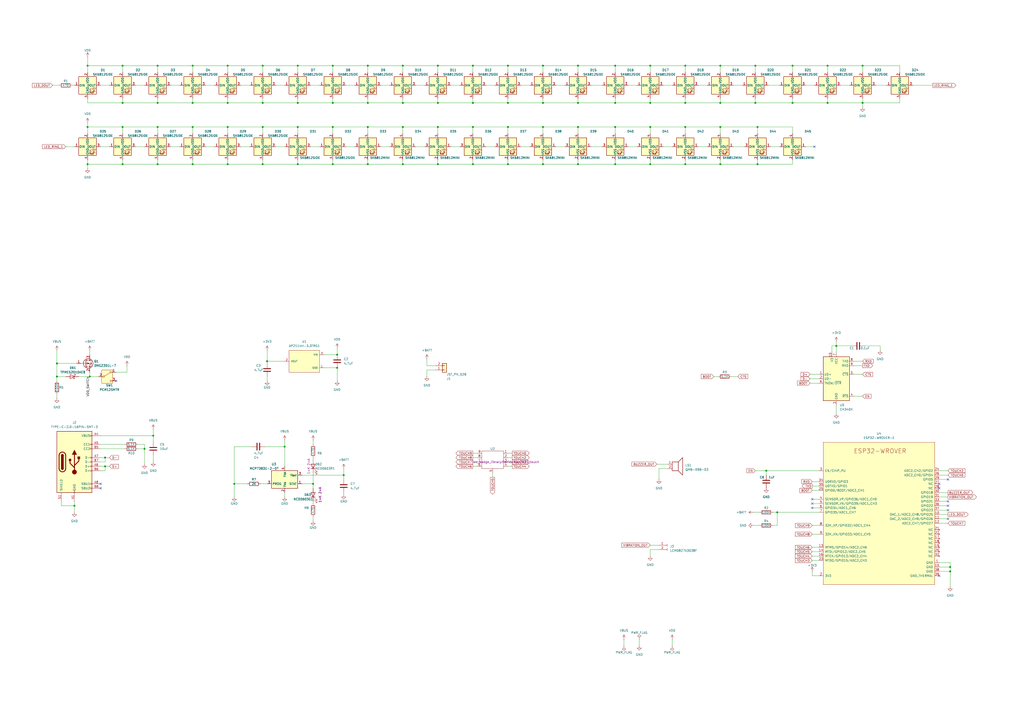
<source format=kicad_sch>
(kicad_sch (version 20250114) (generator "eeschema") (generator_version "9.0")
  (paper "A2")
  (junction (at 294.64 38.1))
  (junction (at 50.8 95.25))
  (junction (at 444.5 273.05))
  (junction (at 60.96 270.51))
  (junction (at 377.19 73.66))
  (junction (at 356.87 95.25))
  (junction (at 199.39 275.59))
  (junction (at 233.68 38.1))
  (junction (at 397.51 73.66))
  (junction (at 438.15 38.1))
  (junction (at 165.1 259.08))
  (junction (at 91.44 73.66))
  (junction (at 459.74 38.1))
  (junction (at 254 38.1))
  (junction (at 33.02 218.44))
  (junction (at 195.58 205.74))
  (junction (at 356.87 73.66))
  (junction (at 111.76 73.66))
  (junction (at 111.76 38.1))
  (junction (at 172.72 73.66))
  (junction (at 33.02 210.82))
  (junction (at 480.06 38.1))
  (junction (at 132.08 73.66))
  (junction (at 274.32 73.66))
  (junction (at 233.68 95.25))
  (junction (at 254 73.66))
  (junction (at 335.28 73.66))
  (junction (at 52.07 218.44))
  (junction (at 314.96 73.66))
  (junction (at 335.28 95.25))
  (junction (at 551.18 328.93))
  (junction (at 132.08 95.25))
  (junction (at 71.12 38.1))
  (junction (at 213.36 59.69))
  (junction (at 314.96 59.69))
  (junction (at 480.06 59.69))
  (junction (at 314.96 38.1))
  (junction (at 233.68 59.69))
  (junction (at 551.18 331.47))
  (junction (at 132.08 59.69))
  (junction (at 417.83 59.69))
  (junction (at 377.19 59.69))
  (junction (at 83.82 260.35))
  (junction (at 50.8 38.1))
  (junction (at 135.89 280.67))
  (junction (at 213.36 73.66))
  (junction (at 500.38 38.1))
  (junction (at 356.87 59.69))
  (junction (at 71.12 95.25))
  (junction (at 377.19 95.25))
  (junction (at 417.83 38.1))
  (junction (at 43.18 293.37))
  (junction (at 152.4 59.69))
  (junction (at 132.08 38.1))
  (junction (at 397.51 59.69))
  (junction (at 450.85 297.18))
  (junction (at 294.64 73.66))
  (junction (at 233.68 73.66))
  (junction (at 111.76 59.69))
  (junction (at 111.76 95.25))
  (junction (at 274.32 38.1))
  (junction (at 314.96 95.25))
  (junction (at 181.61 280.67))
  (junction (at 152.4 38.1))
  (junction (at 71.12 73.66))
  (junction (at 254 95.25))
  (junction (at 91.44 59.69))
  (junction (at 213.36 95.25))
  (junction (at 172.72 38.1))
  (junction (at 50.8 73.66))
  (junction (at 274.32 95.25))
  (junction (at 500.38 59.69))
  (junction (at 439.42 73.66))
  (junction (at 152.4 95.25))
  (junction (at 193.04 73.66))
  (junction (at 274.32 59.69))
  (junction (at 294.64 59.69))
  (junction (at 91.44 95.25))
  (junction (at 439.42 95.25))
  (junction (at 335.28 38.1))
  (junction (at 417.83 95.25))
  (junction (at 88.9 252.73))
  (junction (at 152.4 73.66))
  (junction (at 254 59.69))
  (junction (at 213.36 38.1))
  (junction (at 335.28 59.69))
  (junction (at 193.04 95.25))
  (junction (at 397.51 95.25))
  (junction (at 193.04 38.1))
  (junction (at 193.04 59.69))
  (junction (at 71.12 59.69))
  (junction (at 356.87 38.1))
  (junction (at 417.83 73.66))
  (junction (at 60.96 265.43))
  (junction (at 154.94 209.55))
  (junction (at 195.58 213.36))
  (junction (at 459.74 59.69))
  (junction (at 294.64 95.25))
  (junction (at 172.72 95.25))
  (junction (at 485.14 200.66))
  (junction (at 377.19 38.1))
  (junction (at 438.15 59.69))
  (junction (at 172.72 59.69))
  (junction (at 397.51 38.1))
  (junction (at 91.44 38.1))
  (no_connect (at 472.44 85.09))
  (no_connect (at 544.83 334.01))
  (no_connect (at 549.91 293.37))
  (no_connect (at 549.91 290.83))
  (no_connect (at 471.17 289.56))
  (no_connect (at 549.91 295.91))
  (no_connect (at 471.17 292.1))
  (no_connect (at 549.91 300.99))
  (no_connect (at 58.42 283.21))
  (no_connect (at 549.91 278.13))
  (no_connect (at 471.17 294.64))
  (no_connect (at 67.31 220.98))
  (no_connect (at 58.42 280.67))
  (no_connect (at 544.83 283.21))
  (no_connect (at 544.83 280.67))
  (wire (pts (xy 335.28 38.1) (xy 356.87 38.1)))
  (wire (pts (xy 111.76 95.25) (xy 132.08 95.25)))
  (wire (pts (xy 152.4 95.25) (xy 172.72 95.25)))
  (wire (pts (xy 52.07 218.44) (xy 57.15 218.44)))
  (wire (pts (xy 119.38 49.53) (xy 124.46 49.53)))
  (wire (pts (xy 377.19 95.25) (xy 397.51 95.25)))
  (wire (pts (xy 193.04 38.1) (xy 172.72 38.1)))
  (wire (pts (xy 111.76 57.15) (xy 111.76 59.69)))
  (wire (pts (xy 233.68 38.1) (xy 233.68 41.91)))
  (wire (pts (xy 521.97 38.1) (xy 500.38 38.1)))
  (wire (pts (xy 175.26 280.67) (xy 181.61 280.67)))
  (wire (pts (xy 294.64 73.66) (xy 294.64 77.47)))
  (wire (pts (xy 314.96 73.66) (xy 314.96 77.47)))
  (wire (pts (xy 132.08 73.66) (xy 132.08 77.47)))
  (wire (pts (xy 193.04 57.15) (xy 193.04 59.69)))
  (wire (pts (xy 335.28 92.71) (xy 335.28 95.25)))
  (wire (pts (xy 459.74 38.1) (xy 459.74 41.91)))
  (wire (pts (xy 549.91 290.83) (xy 544.83 290.83)))
  (wire (pts (xy 91.44 73.66) (xy 91.44 77.47)))
  (wire (pts (xy 58.42 257.81) (xy 72.39 257.81)))
  (wire (pts (xy 342.9 85.09) (xy 349.25 85.09)))
  (wire (pts (xy 471.17 292.1) (xy 474.98 292.1)))
  (wire (pts (xy 495.3 217.17) (xy 500.38 217.17)))
  (wire (pts (xy 494.03 200.66) (xy 485.14 200.66)))
  (wire (pts (xy 200.66 49.53) (xy 205.74 49.53)))
  (wire (pts (xy 254 73.66) (xy 233.68 73.66)))
  (wire (pts (xy 495.3 209.55) (xy 500.38 209.55)))
  (wire (pts (xy 397.51 92.71) (xy 397.51 95.25)))
  (wire (pts (xy 459.74 59.69) (xy 480.06 59.69)))
  (wire (pts (xy 500.38 38.1) (xy 500.38 41.91)))
  (wire (pts (xy 91.44 38.1) (xy 71.12 38.1)))
  (wire (pts (xy 471.17 317.5) (xy 474.98 317.5)))
  (wire (pts (xy 377.19 57.15) (xy 377.19 59.69)))
  (wire (pts (xy 43.18 293.37) (xy 43.18 297.18)))
  (wire (pts (xy 139.7 85.09) (xy 144.78 85.09)))
  (wire (pts (xy 417.83 92.71) (xy 417.83 95.25)))
  (wire (pts (xy 181.61 302.26) (xy 181.61 299.72)))
  (wire (pts (xy 445.77 49.53) (xy 452.12 49.53)))
  (wire (pts (xy 485.14 200.66) (xy 485.14 204.47)))
  (wire (pts (xy 132.08 38.1) (xy 132.08 41.91)))
  (wire (pts (xy 500.38 38.1) (xy 480.06 38.1)))
  (wire (pts (xy 397.51 73.66) (xy 397.51 77.47)))
  (wire (pts (xy 233.68 59.69) (xy 254 59.69)))
  (wire (pts (xy 405.13 49.53) (xy 410.21 49.53)))
  (wire (pts (xy 356.87 73.66) (xy 356.87 77.47)))
  (wire (pts (xy 551.18 326.39) (xy 551.18 328.93)))
  (wire (pts (xy 152.4 92.71) (xy 152.4 95.25)))
  (wire (pts (xy 172.72 59.69) (xy 193.04 59.69)))
  (wire (pts (xy 111.76 73.66) (xy 111.76 77.47)))
  (wire (pts (xy 459.74 92.71) (xy 459.74 95.25)))
  (wire (pts (xy 521.97 41.91) (xy 521.97 38.1)))
  (wire (pts (xy 450.85 297.18) (xy 474.98 297.18)))
  (wire (pts (xy 200.66 85.09) (xy 205.74 85.09)))
  (wire (pts (xy 381 269.24) (xy 387.35 269.24)))
  (wire (pts (xy 71.12 57.15) (xy 71.12 59.69)))
  (wire (pts (xy 35.56 290.83) (xy 35.56 293.37)))
  (wire (pts (xy 160.02 49.53) (xy 165.1 49.53)))
  (wire (pts (xy 154.94 209.55) (xy 154.94 210.82)))
  (wire (pts (xy 91.44 38.1) (xy 91.44 41.91)))
  (wire (pts (xy 60.96 273.05) (xy 60.96 270.51)))
  (wire (pts (xy 274.32 267.97) (xy 276.86 267.97)))
  (wire (pts (xy 544.83 300.99) (xy 549.91 300.99)))
  (wire (pts (xy 335.28 77.47) (xy 335.28 73.66)))
  (wire (pts (xy 274.32 38.1) (xy 254 38.1)))
  (wire (pts (xy 181.61 292.1) (xy 181.61 290.83)))
  (wire (pts (xy 261.62 85.09) (xy 266.7 85.09)))
  (wire (pts (xy 50.8 57.15) (xy 50.8 59.69)))
  (wire (pts (xy 551.18 328.93) (xy 551.18 331.47)))
  (wire (pts (xy 151.13 280.67) (xy 154.94 280.67)))
  (wire (pts (xy 397.51 38.1) (xy 377.19 38.1)))
  (wire (pts (xy 111.76 38.1) (xy 91.44 38.1)))
  (wire (pts (xy 274.32 73.66) (xy 254 73.66)))
  (wire (pts (xy 397.51 95.25) (xy 417.83 95.25)))
  (wire (pts (xy 438.15 38.1) (xy 417.83 38.1)))
  (wire (pts (xy 88.9 252.73) (xy 88.9 256.54)))
  (wire (pts (xy 382.27 271.78) (xy 382.27 278.13)))
  (wire (pts (xy 99.06 49.53) (xy 104.14 49.53)))
  (wire (pts (xy 444.5 273.05) (xy 444.5 275.59)))
  (wire (pts (xy 58.42 260.35) (xy 72.39 260.35)))
  (wire (pts (xy 213.36 95.25) (xy 233.68 95.25)))
  (wire (pts (xy 377.19 318.77) (xy 377.19 322.58)))
  (wire (pts (xy 154.94 218.44) (xy 154.94 220.98)))
  (wire (pts (xy 30.48 49.53) (xy 34.29 49.53)))
  (wire (pts (xy 44.45 210.82) (xy 33.02 210.82)))
  (wire (pts (xy 448.31 297.18) (xy 450.85 297.18)))
  (wire (pts (xy 172.72 95.25) (xy 193.04 95.25)))
  (wire (pts (xy 152.4 73.66) (xy 132.08 73.66)))
  (wire (pts (xy 544.83 273.05) (xy 549.91 273.05)))
  (wire (pts (xy 447.04 85.09) (xy 452.12 85.09)))
  (wire (pts (xy 139.7 49.53) (xy 144.78 49.53)))
  (wire (pts (xy 364.49 49.53) (xy 369.57 49.53)))
  (wire (pts (xy 544.83 275.59) (xy 549.91 275.59)))
  (wire (pts (xy 487.68 49.53) (xy 492.76 49.53)))
  (wire (pts (xy 480.06 57.15) (xy 480.06 59.69)))
  (wire (pts (xy 50.8 38.1) (xy 50.8 41.91)))
  (wire (pts (xy 247.65 214.63) (xy 252.73 214.63)))
  (wire (pts (xy 193.04 59.69) (xy 213.36 59.69)))
  (wire (pts (xy 397.51 38.1) (xy 417.83 38.1)))
  (wire (pts (xy 60.96 267.97) (xy 60.96 265.43)))
  (wire (pts (xy 71.12 73.66) (xy 71.12 77.47)))
  (wire (pts (xy 508 49.53) (xy 514.35 49.53)))
  (wire (pts (xy 377.19 73.66) (xy 377.19 77.47)))
  (wire (pts (xy 438.15 57.15) (xy 438.15 59.69)))
  (wire (pts (xy 342.9 49.53) (xy 349.25 49.53)))
  (wire (pts (xy 99.06 85.09) (xy 104.14 85.09)))
  (wire (pts (xy 213.36 57.15) (xy 213.36 59.69)))
  (wire (pts (xy 384.81 49.53) (xy 389.89 49.53)))
  (wire (pts (xy 33.02 203.2) (xy 33.02 210.82)))
  (wire (pts (xy 469.9 222.25) (xy 474.98 222.25)))
  (wire (pts (xy 436.88 304.8) (xy 440.69 304.8)))
  (wire (pts (xy 274.32 57.15) (xy 274.32 59.69)))
  (wire (pts (xy 58.42 267.97) (xy 60.96 267.97)))
  (wire (pts (xy 529.59 49.53) (xy 541.02 49.53)))
  (wire (pts (xy 471.17 289.56) (xy 474.98 289.56)))
  (wire (pts (xy 71.12 92.71) (xy 71.12 95.25)))
  (wire (pts (xy 111.76 59.69) (xy 132.08 59.69)))
  (wire (pts (xy 335.28 57.15) (xy 335.28 59.69)))
  (wire (pts (xy 471.17 309.88) (xy 474.98 309.88)))
  (wire (pts (xy 71.12 73.66) (xy 50.8 73.66)))
  (wire (pts (xy 521.97 59.69) (xy 500.38 59.69)))
  (wire (pts (xy 50.8 71.12) (xy 50.8 73.66)))
  (wire (pts (xy 500.38 57.15) (xy 500.38 59.69)))
  (wire (pts (xy 444.5 273.05) (xy 438.15 273.05)))
  (wire (pts (xy 153.67 259.08) (xy 165.1 259.08)))
  (wire (pts (xy 165.1 259.08) (xy 165.1 270.51)))
  (wire (pts (xy 83.82 260.35) (xy 83.82 269.24)))
  (wire (pts (xy 439.42 73.66) (xy 439.42 77.47)))
  (wire (pts (xy 213.36 38.1) (xy 213.36 41.91)))
  (wire (pts (xy 80.01 257.81) (xy 83.82 257.81)))
  (wire (pts (xy 52.07 203.2) (xy 52.07 205.74)))
  (wire (pts (xy 247.65 212.09) (xy 252.73 212.09)))
  (wire (pts (xy 302.26 85.09) (xy 307.34 85.09)))
  (wire (pts (xy 370.84 374.65) (xy 370.84 370.84)))
  (wire (pts (xy 254 59.69) (xy 274.32 59.69)))
  (wire (pts (xy 254 92.71) (xy 254 95.25)))
  (wire (pts (xy 175.26 275.59) (xy 199.39 275.59)))
  (wire (pts (xy 160.02 85.09) (xy 165.1 85.09)))
  (wire (pts (xy 335.28 38.1) (xy 314.96 38.1)))
  (wire (pts (xy 220.98 85.09) (xy 226.06 85.09)))
  (wire (pts (xy 165.1 285.75) (xy 165.1 288.29)))
  (wire (pts (xy 544.83 285.75) (xy 549.91 285.75)))
  (wire (pts (xy 50.8 97.79) (xy 50.8 95.25)))
  (wire (pts (xy 274.32 95.25) (xy 294.64 95.25)))
  (wire (pts (xy 377.19 38.1) (xy 356.87 38.1)))
  (wire (pts (xy 314.96 59.69) (xy 335.28 59.69)))
  (wire (pts (xy 521.97 57.15) (xy 521.97 59.69)))
  (wire (pts (xy 274.32 92.71) (xy 274.32 95.25)))
  (wire (pts (xy 195.58 213.36) (xy 195.58 220.98)))
  (wire (pts (xy 91.44 95.25) (xy 111.76 95.25)))
  (wire (pts (xy 314.96 73.66) (xy 335.28 73.66)))
  (wire (pts (xy 425.45 85.09) (xy 431.8 85.09)))
  (wire (pts (xy 439.42 95.25) (xy 459.74 95.25)))
  (wire (pts (xy 146.05 259.08) (xy 135.89 259.08)))
  (wire (pts (xy 213.36 38.1) (xy 193.04 38.1)))
  (wire (pts (xy 377.19 316.23) (xy 382.27 316.23)))
  (wire (pts (xy 172.72 73.66) (xy 172.72 77.47)))
  (wire (pts (xy 322.58 85.09) (xy 327.66 85.09)))
  (wire (pts (xy 199.39 271.78) (xy 199.39 275.59)))
  (wire (pts (xy 247.65 214.63) (xy 247.65 218.44)))
  (wire (pts (xy 459.74 73.66) (xy 459.74 77.47)))
  (wire (pts (xy 78.74 49.53) (xy 83.82 49.53)))
  (wire (pts (xy 187.96 205.74) (xy 195.58 205.74)))
  (wire (pts (xy 544.83 293.37) (xy 549.91 293.37)))
  (wire (pts (xy 135.89 280.67) (xy 143.51 280.67)))
  (wire (pts (xy 335.28 41.91) (xy 335.28 38.1)))
  (wire (pts (xy 261.62 49.53) (xy 266.7 49.53)))
  (wire (pts (xy 43.18 290.83) (xy 43.18 293.37)))
  (wire (pts (xy 50.8 92.71) (xy 50.8 95.25)))
  (wire (pts (xy 181.61 274.32) (xy 181.61 280.67)))
  (wire (pts (xy 544.83 288.29) (xy 549.91 288.29)))
  (wire (pts (xy 397.51 73.66) (xy 377.19 73.66)))
  (wire (pts (xy 335.28 95.25) (xy 356.87 95.25)))
  (wire (pts (xy 417.83 73.66) (xy 439.42 73.66)))
  (wire (pts (xy 132.08 57.15) (xy 132.08 59.69)))
  (wire (pts (xy 58.42 252.73) (xy 88.9 252.73)))
  (wire (pts (xy 469.9 217.17) (xy 474.98 217.17)))
  (wire (pts (xy 111.76 38.1) (xy 111.76 41.91)))
  (wire (pts (xy 294.64 57.15) (xy 294.64 59.69)))
  (wire (pts (xy 384.81 85.09) (xy 389.89 85.09)))
  (wire (pts (xy 551.18 331.47) (xy 551.18 340.36)))
  (wire (pts (xy 180.34 49.53) (xy 185.42 49.53)))
  (wire (pts (xy 405.13 85.09) (xy 410.21 85.09)))
  (wire (pts (xy 50.8 95.25) (xy 71.12 95.25)))
  (wire (pts (xy 417.83 59.69) (xy 438.15 59.69)))
  (wire (pts (xy 274.32 265.43) (xy 276.86 265.43)))
  (wire (pts (xy 467.36 49.53) (xy 472.44 49.53)))
  (wire (pts (xy 438.15 59.69) (xy 459.74 59.69)))
  (wire (pts (xy 459.74 57.15) (xy 459.74 59.69)))
  (wire (pts (xy 389.89 370.84) (xy 389.89 374.65)))
  (wire (pts (xy 294.64 38.1) (xy 294.64 41.91)))
  (wire (pts (xy 294.64 267.97) (xy 297.18 267.97)))
  (wire (pts (xy 111.76 73.66) (xy 91.44 73.66)))
  (wire (pts (xy 172.72 38.1) (xy 152.4 38.1)))
  (wire (pts (xy 450.85 297.18) (xy 450.85 304.8)))
  (wire (pts (xy 335.28 73.66) (xy 356.87 73.66)))
  (wire (pts (xy 471.17 325.12) (xy 474.98 325.12)))
  (wire (pts (xy 91.44 73.66) (xy 71.12 73.66)))
  (wire (pts (xy 294.64 262.89) (xy 297.18 262.89)))
  (wire (pts (xy 71.12 38.1) (xy 71.12 41.91)))
  (wire (pts (xy 480.06 38.1) (xy 480.06 41.91)))
  (wire (pts (xy 180.34 85.09) (xy 185.42 85.09)))
  (wire (pts (xy 281.94 49.53) (xy 287.02 49.53)))
  (wire (pts (xy 220.98 49.53) (xy 226.06 49.53)))
  (wire (pts (xy 132.08 73.66) (xy 111.76 73.66)))
  (wire (pts (xy 58.42 273.05) (xy 60.96 273.05)))
  (wire (pts (xy 485.14 198.12) (xy 485.14 200.66)))
  (wire (pts (xy 314.96 95.25) (xy 335.28 95.25)))
  (wire (pts (xy 60.96 270.51) (xy 63.5 270.51)))
  (wire (pts (xy 135.89 280.67) (xy 135.89 288.29)))
  (wire (pts (xy 132.08 38.1) (xy 111.76 38.1)))
  (wire (pts (xy 544.83 303.53) (xy 549.91 303.53)))
  (wire (pts (xy 471.17 334.01) (xy 471.17 331.47)))
  (wire (pts (xy 193.04 95.25) (xy 213.36 95.25)))
  (wire (pts (xy 417.83 57.15) (xy 417.83 59.69)))
  (wire (pts (xy 132.08 59.69) (xy 152.4 59.69)))
  (wire (pts (xy 382.27 318.77) (xy 377.19 318.77)))
  (wire (pts (xy 471.17 294.64) (xy 474.98 294.64)))
  (wire (pts (xy 60.96 265.43) (xy 63.5 265.43)))
  (wire (pts (xy 241.3 49.53) (xy 246.38 49.53)))
  (wire (pts (xy 213.36 73.66) (xy 213.36 77.47)))
  (wire (pts (xy 364.49 85.09) (xy 369.57 85.09)))
  (wire (pts (xy 233.68 57.15) (xy 233.68 59.69)))
  (wire (pts (xy 459.74 73.66) (xy 439.42 73.66)))
  (wire (pts (xy 471.17 279.4) (xy 474.98 279.4)))
  (wire (pts (xy 33.02 218.44) (xy 38.1 218.44)))
  (wire (pts (xy 471.17 281.94) (xy 474.98 281.94)))
  (wire (pts (xy 436.88 297.18) (xy 440.69 297.18)))
  (wire (pts (xy 485.14 234.95) (xy 485.14 240.03)))
  (wire (pts (xy 193.04 73.66) (xy 193.04 77.47)))
  (wire (pts (xy 83.82 257.81) (xy 83.82 260.35)))
  (wire (pts (xy 152.4 38.1) (xy 132.08 38.1)))
  (wire (pts (xy 387.35 271.78) (xy 382.27 271.78)))
  (wire (pts (xy 195.58 201.93) (xy 195.58 205.74)))
  (wire (pts (xy 274.32 59.69) (xy 294.64 59.69)))
  (wire (pts (xy 285.75 274.32) (xy 285.75 276.86)))
  (wire (pts (xy 193.04 73.66) (xy 172.72 73.66)))
  (wire (pts (xy 294.64 95.25) (xy 314.96 95.25)))
  (wire (pts (xy 501.65 200.66) (xy 510.54 200.66)))
  (wire (pts (xy 417.83 95.25) (xy 439.42 95.25)))
  (wire (pts (xy 254 57.15) (xy 254 59.69)))
  (wire (pts (xy 438.15 38.1) (xy 459.74 38.1)))
  (wire (pts (xy 213.36 59.69) (xy 233.68 59.69)))
  (wire (pts (xy 314.96 92.71) (xy 314.96 95.25)))
  (wire (pts (xy 544.83 331.47) (xy 551.18 331.47)))
  (wire (pts (xy 119.38 85.09) (xy 124.46 85.09)))
  (wire (pts (xy 314.96 73.66) (xy 294.64 73.66)))
  (wire (pts (xy 154.94 209.55) (xy 154.94 203.2)))
  (wire (pts (xy 132.08 92.71) (xy 132.08 95.25)))
  (wire (pts (xy 172.72 73.66) (xy 152.4 73.66)))
  (wire (pts (xy 193.04 92.71) (xy 193.04 95.25)))
  (wire (pts (xy 356.87 92.71) (xy 356.87 95.25)))
  (wire (pts (xy 544.83 326.39) (xy 551.18 326.39)))
  (wire (pts (xy 448.31 304.8) (xy 450.85 304.8)))
  (wire (pts (xy 91.44 57.15) (xy 91.44 59.69)))
  (wire (pts (xy 474.98 273.05) (xy 444.5 273.05)))
  (wire (pts (xy 33.02 210.82) (xy 33.02 218.44)))
  (wire (pts (xy 294.64 270.51) (xy 297.18 270.51)))
  (wire (pts (xy 294.64 265.43) (xy 297.18 265.43)))
  (wire (pts (xy 377.19 38.1) (xy 377.19 41.91)))
  (wire (pts (xy 45.72 218.44) (xy 52.07 218.44)))
  (wire (pts (xy 52.07 215.9) (xy 52.07 218.44)))
  (wire (pts (xy 91.44 92.71) (xy 91.44 95.25)))
  (wire (pts (xy 482.6 204.47) (xy 482.6 200.66)))
  (wire (pts (xy 474.98 334.01) (xy 471.17 334.01)))
  (wire (pts (xy 50.8 73.66) (xy 50.8 77.47)))
  (wire (pts (xy 356.87 95.25) (xy 377.19 95.25)))
  (wire (pts (xy 247.65 212.09) (xy 247.65 208.28)))
  (wire (pts (xy 71.12 38.1) (xy 50.8 38.1)))
  (wire (pts (xy 302.26 49.53) (xy 307.34 49.53)))
  (wire (pts (xy 50.8 33.02) (xy 50.8 38.1)))
  (wire (pts (xy 172.72 38.1) (xy 172.72 41.91)))
  (wire (pts (xy 274.32 262.89) (xy 276.86 262.89)))
  (wire (pts (xy 33.02 228.6) (xy 33.02 231.14)))
  (wire (pts (xy 152.4 57.15) (xy 152.4 59.69)))
  (wire (pts (xy 88.9 264.16) (xy 88.9 267.97)))
  (wire (pts (xy 377.19 73.66) (xy 356.87 73.66)))
  (wire (pts (xy 213.36 92.71) (xy 213.36 95.25)))
  (wire (pts (xy 495.3 229.87) (xy 500.38 229.87)))
  (wire (pts (xy 314.96 38.1) (xy 314.96 41.91)))
  (wire (pts (xy 58.42 270.51) (xy 60.96 270.51)))
  (wire (pts (xy 199.39 275.59) (xy 199.39 278.13)))
  (wire (pts (xy 35.56 293.37) (xy 43.18 293.37)))
  (wire (pts (xy 294.64 38.1) (xy 274.32 38.1)))
  (wire (pts (xy 181.61 265.43) (xy 181.61 266.7)))
  (wire (pts (xy 469.9 219.71) (xy 474.98 219.71)))
  (wire (pts (xy 91.44 59.69) (xy 111.76 59.69)))
  (wire (pts (xy 471.17 320.04) (xy 474.98 320.04)))
  (wire (pts (xy 187.96 213.36) (xy 195.58 213.36)))
  (wire (pts (xy 38.1 85.09) (xy 43.18 85.09)))
  (wire (pts (xy 361.95 370.84) (xy 361.95 374.65)))
  (wire (pts (xy 356.87 59.69) (xy 377.19 59.69)))
  (wire (pts (xy 495.3 212.09) (xy 500.38 212.09)))
  (wire (pts (xy 71.12 59.69) (xy 91.44 59.69)))
  (wire (pts (xy 314.96 57.15) (xy 314.96 59.69)))
  (wire (pts (xy 397.51 59.69) (xy 417.83 59.69)))
  (wire (pts (xy 172.72 92.71) (xy 172.72 95.25)))
  (wire (pts (xy 397.51 57.15) (xy 397.51 59.69)))
  (wire (pts (xy 417.83 38.1) (xy 417.83 41.91)))
  (wire (pts (xy 172.72 57.15) (xy 172.72 59.69)))
  (wire (pts (xy 471.17 284.48) (xy 474.98 284.48)))
  (wire (pts (xy 67.31 215.9) (xy 73.66 215.9)))
  (wire (pts (xy 193.04 38.1) (xy 193.04 41.91)))
  (wire (pts (xy 356.87 57.15) (xy 356.87 59.69)))
  (wire (pts (xy 294.64 73.66) (xy 274.32 73.66)))
  (wire (pts (xy 294.64 59.69) (xy 314.96 59.69)))
  (wire (pts (xy 241.3 85.09) (xy 246.38 85.09)))
  (wire (pts (xy 233.68 92.71) (xy 233.68 95.25)))
  (wire (pts (xy 544.83 295.91) (xy 549.91 295.91)))
  (wire (pts (xy 71.12 95.25) (xy 91.44 95.25)))
  (wire (pts (xy 438.15 41.91) (xy 438.15 38.1)))
  (wire (pts (xy 335.28 59.69) (xy 356.87 59.69)))
  (wire (pts (xy 165.1 255.27) (xy 165.1 259.08)))
  (wire (pts (xy 544.83 298.45) (xy 549.91 298.45)))
  (wire (pts (xy 510.54 200.66) (xy 510.54 203.2)))
  (wire (pts (xy 233.68 95.25) (xy 254 95.25)))
  (wire (pts (xy 274.32 73.66) (xy 274.32 77.47)))
  (wire (pts (xy 274.32 270.51) (xy 276.86 270.51)))
  (wire (pts (xy 417.83 73.66) (xy 397.51 73.66)))
  (wire (pts (xy 233.68 73.66) (xy 233.68 77.47)))
  (wire (pts (xy 58.42 265.43) (xy 60.96 265.43)))
  (wire (pts (xy 58.42 85.09) (xy 63.5 85.09)))
  (wire (pts (xy 80.01 260.35) (xy 83.82 260.35)))
  (wire (pts (xy 377.19 92.71) (xy 377.19 95.25)))
  (wire (pts (xy 314.96 38.1) (xy 294.64 38.1)))
  (wire (pts (xy 254 38.1) (xy 254 41.91)))
  (wire (pts (xy 41.91 49.53) (xy 43.18 49.53)))
  (wire (pts (xy 416.56 218.44) (xy 414.02 218.44)))
  (wire (pts (xy 274.32 38.1) (xy 274.32 41.91)))
  (wire (pts (xy 181.61 255.27) (xy 181.61 257.81)))
  (wire (pts (xy 397.51 38.1) (xy 397.51 41.91)))
  (wire (pts (xy 254 38.1) (xy 233.68 38.1)))
  (wire (pts (xy 294.64 92.71) (xy 294.64 95.25)))
  (wire (pts (xy 377.19 59.69) (xy 397.51 59.69)))
  (wire (pts (xy 154.94 209.55) (xy 165.1 209.55)))
  (wire (pts (xy 424.18 218.44) (xy 427.99 218.44)))
  (wire (pts (xy 467.36 85.09) (xy 472.44 85.09)))
  (wire (pts (xy 254 95.25) (xy 274.32 95.25)))
  (wire (pts (xy 181.61 280.67) (xy 181.61 283.21)))
  (wire (pts (xy 213.36 73.66) (xy 193.04 73.66)))
  (wire (pts (xy 480.06 38.1) (xy 459.74 38.1)))
  (wire (pts (xy 152.4 38.1) (xy 152.4 41.91)))
  (wire (pts (xy 281.94 85.09) (xy 287.02 85.09)))
  (wire (pts (xy 73.66 212.09) (xy 73.66 215.9)))
  (wire (pts (xy 78.74 85.09) (xy 83.82 85.09)))
  (wire (pts (xy 33.02 218.44) (xy 33.02 220.98)))
  (wire (pts (xy 254 73.66) (xy 254 77.47)))
  (wire (pts (xy 199.39 285.75) (xy 199.39 287.02)))
  (wire (pts (xy 233.68 38.1) (xy 213.36 38.1)))
  (wire (pts (xy 58.42 49.53) (xy 63.5 49.53)))
  (wire (pts (xy 471.17 322.58) (xy 474.98 322.58)))
  (wire (pts (xy 135.89 259.08) (xy 135.89 280.67)))
  (wire (pts (xy 544.83 328.93) (xy 551.18 328.93)))
  (wire (pts (xy 111.76 92.71) (xy 111.76 95.25)))
  (wire (pts (xy 50.8 59.69) (xy 71.12 59.69)))
  (wire (pts (xy 132.08 95.25) (xy 152.4 95.25)))
  (wire (pts (xy 417.83 77.47) (xy 417.83 73.66)))
  (wire (pts (xy 233.68 73.66) (xy 213.36 73.66)))
  (wire (pts (xy 544.83 278.13) (xy 549.91 278.13)))
  (wire (pts (xy 480.06 59.69) (xy 500.38 59.69)))
  (wire (pts (xy 356.87 38.1) (xy 356.87 41.91)))
  (wire (pts (xy 482.6 200.66) (xy 485.14 200.66)))
  (wire (pts (xy 439.42 92.71) (xy 439.42 95.25)))
  (wire (pts (xy 471.17 304.8) (xy 474.98 304.8)))
  (wire (pts (xy 322.58 49.53) (xy 327.66 49.53)))
  (wire (pts (xy 152.4 59.69) (xy 172.72 59.69)))
  (wire (pts (xy 152.4 73.66) (xy 152.4 77.47)))
  (wire (pts (xy 425.45 49.53) (xy 430.53 49.53)))
  (wire (pts (xy 500.38 59.69) (xy 500.38 62.23)))
  (wire (pts (xy 88.9 248.92) (xy 88.9 252.73)))
  (label "VDD_SWITCH" (at 52.07 218.44 270))
  (global_label "TOUCH8" (shape output) (at 274.32 265.43 180) (property "Intersheetrefs" "${INTERSHEET_REFS}" (effects (hide yes))))
  (global_label "TOUCH9" (shape output) (at 274.32 262.89 180) (property "Intersheetrefs" "${INTERSHEET_REFS}" (effects (hide yes))))
  (global_label "D-" (shape input) (at 63.5 265.43 0) (property "Intersheetrefs" "${INTERSHEET_REFS}" (effects (hide yes))))
  (global_label "RXD" (shape input) (at 500.38 209.55 0) (property "Intersheetrefs" "${INTERSHEET_REFS}" (effects (hide yes))))
  (global_label "BUZZER_OUT" (shape input) (at 381 269.24 180) (property "Intersheetrefs" "${INTERSHEET_REFS}" (effects (hide yes))))
  (global_label "TOUCH7" (shape output) (at 274.32 267.97 180) (property "Intersheetrefs" "${INTERSHEET_REFS}" (effects (hide yes))))
  (global_label "TOUCH3" (shape output) (at 297.18 267.97 0) (property "Intersheetrefs" "${INTERSHEET_REFS}" (effects (hide yes))))
  (global_label "LED_DOUT" (shape input) (at 30.48 49.53 180) (property "Intersheetrefs" "${INTERSHEET_REFS}" (effects (hide yes))))
  (global_label "TOUCH6" (shape output) (at 274.32 270.51 180) (property "Intersheetrefs" "${INTERSHEET_REFS}" (effects (hide yes))))
  (global_label "BOOT" (shape input) (at 469.9 222.25 180) (property "Intersheetrefs" "${INTERSHEET_REFS}" (effects (hide yes))))
  (global_label "D+" (shape input) (at 63.5 270.51 0) (property "Intersheetrefs" "${INTERSHEET_REFS}" (effects (hide yes))))
  (global_label "VIBRATION_OUT" (shape output) (at 549.91 288.29 0) (property "Intersheetrefs" "${INTERSHEET_REFS}" (effects (hide yes))))
  (global_label "D+" (shape input) (at 469.9 217.17 180) (property "Intersheetrefs" "${INTERSHEET_REFS}" (effects (hide yes))))
  (global_label "LED_DOUT" (shape output) (at 549.91 298.45 0) (property "Intersheetrefs" "${INTERSHEET_REFS}" (effects (hide yes))))
  (global_label "TOUCH4" (shape input) (at 471.17 322.58 180) (property "Intersheetrefs" "${INTERSHEET_REFS}" (effects (hide yes))))
  (global_label "CTS" (shape input) (at 500.38 217.17 0) (property "Intersheetrefs" "${INTERSHEET_REFS}" (effects (hide yes))))
  (global_label "TOUCH2" (shape input) (at 549.91 273.05 0) (property "Intersheetrefs" "${INTERSHEET_REFS}" (effects (hide yes))))
  (global_label "D-" (shape input) (at 469.9 219.71 180) (property "Intersheetrefs" "${INTERSHEET_REFS}" (effects (hide yes))))
  (global_label "BOOT" (shape input) (at 414.02 218.44 180) (property "Intersheetrefs" "${INTERSHEET_REFS}" (effects (hide yes))))
  (global_label "BOOT" (shape input) (at 471.17 284.48 180) (property "Intersheetrefs" "${INTERSHEET_REFS}" (effects (hide yes))))
  (global_label "TOUCH5" (shape input) (at 471.17 320.04 180) (property "Intersheetrefs" "${INTERSHEET_REFS}" (effects (hide yes))))
  (global_label "TOUCH3" (shape input) (at 471.17 325.12 180) (property "Intersheetrefs" "${INTERSHEET_REFS}" (effects (hide yes))))
  (global_label "EN" (shape input) (at 438.15 273.05 180) (property "Intersheetrefs" "${INTERSHEET_REFS}" (effects (hide yes))))
  (global_label "TOUCH4" (shape output) (at 297.18 270.51 0) (property "Intersheetrefs" "${INTERSHEET_REFS}" (effects (hide yes))))
  (global_label "TOUCH0" (shape input) (at 549.91 275.59 0) (property "Intersheetrefs" "${INTERSHEET_REFS}" (effects (hide yes))))
  (global_label "TOUCH7" (shape input) (at 549.91 303.53 0) (property "Intersheetrefs" "${INTERSHEET_REFS}" (effects (hide yes))))
  (global_label "TOUCH8" (shape input) (at 471.17 309.88 180) (property "Intersheetrefs" "${INTERSHEET_REFS}" (effects (hide yes))))
  (global_label "LED_RING_1" (shape input) (at 38.1 85.09 180) (property "Intersheetrefs" "${INTERSHEET_REFS}" (effects (hide yes))))
  (global_label "TOUCH9" (shape input) (at 471.17 304.8 180) (property "Intersheetrefs" "${INTERSHEET_REFS}" (effects (hide yes))))
  (global_label "EN" (shape input) (at 500.38 229.87 0) (property "Intersheetrefs" "${INTERSHEET_REFS}" (effects (hide yes))))
  (global_label "TOUCH6" (shape input) (at 471.17 317.5 180) (property "Intersheetrefs" "${INTERSHEET_REFS}" (effects (hide yes))))
  (global_label "RXD" (shape input) (at 471.17 279.4 180) (property "Intersheetrefs" "${INTERSHEET_REFS}" (effects (hide yes))))
  (global_label "TOUCH0" (shape output) (at 297.18 262.89 0) (property "Intersheetrefs" "${INTERSHEET_REFS}" (effects (hide yes))))
  (global_label "VIBRATION_OUT" (shape input) (at 377.19 316.23 180) (property "Intersheetrefs" "${INTERSHEET_REFS}" (effects (hide yes))))
  (global_label "BUZZER_OUT" (shape output) (at 549.91 285.75 0) (property "Intersheetrefs" "${INTERSHEET_REFS}" (effects (hide yes))))
  (global_label "TOUCH5" (shape output) (at 285.75 276.86 270) (property "Intersheetrefs" "${INTERSHEET_REFS}" (effects (hide yes))))
  (global_label "CTS" (shape input) (at 427.99 218.44 0) (property "Intersheetrefs" "${INTERSHEET_REFS}" (effects (hide yes))))
  (global_label "TXD" (shape output) (at 471.17 281.94 180) (property "Intersheetrefs" "${INTERSHEET_REFS}" (effects (hide yes))))
  (global_label "LED_RING_1" (shape output) (at 541.02 49.53 0) (property "Intersheetrefs" "${INTERSHEET_REFS}" (effects (hide yes))))
  (global_label "TOUCH2" (shape output) (at 297.18 265.43 0) (property "Intersheetrefs" "${INTERSHEET_REFS}" (effects (hide yes))))
  (global_label "TXD" (shape output) (at 500.38 212.09 0) (property "Intersheetrefs" "${INTERSHEET_REFS}" (effects (hide yes))))
  (symbol (lib_name "LED_1") (lib_id "Device:LED") (at 181.61 270.51 90) (unit 1)
    (property "Reference" "D62" (at 182.88 269.24 90) (effects (justify right)))
    (property "Value" "NCD0603R1" (at 182.88 271.78 90) (effects (justify right)))
    (property "Footprint" "LED_SMD:LED_0603_1608Metric_Pad1.05x0.95mm_HandSolder" (effects (hide yes)))
    (property "Description" "Light emitting diode" (effects (hide yes)))
    (property "Sim.Pins" "1=K 2=A" (at 179.07 270.51 0))
  )
  (symbol (lib_id "Device:C") (at 444.5 279.4 0) (unit 1)
    (property "Reference" "C6" (at 440.69 276.86 0) (effects (justify left)))
    (property "Value" "1uF" (at 445.77 276.86 0) (effects (justify left)))
    (property "Footprint" "Capacitor_SMD:C_0603_1608Metric_Pad1.08x0.95mm_HandSolder" (effects (hide yes)))
  )
  (symbol (lib_id "Device:R") (at 33.02 224.79 0) (unit 1)
    (property "Reference" "R5" (at 35.56 224.79 0))
    (property "Value" "100K" (at 33.02 224.79 90))
    (property "Footprint" "Resistor_SMD:R_0603_1608Metric_Pad0.98x0.95mm_HandSolder" (effects (hide yes)))
  )
  (symbol (lib_id "iwc_badge_library:SK6812SIDE") (at 111.76 85.09 0) (unit 1)
    (property "Reference" "D28" (at 120.65 76.2 0))
    (property "Value" "SK6812SIDE" (at 120.65 78.74 0))
    (property "Footprint" "iwc_badge_library:SK6812SIDE" (effects (hide yes)))
    (property "Datasheet" "https://www.ledlightinghut.com/files/SK6812SIDE-A-001.pdf" (effects (hide yes)))
    (property "Description" "RGB LED with integrated controller" (effects (hide yes)))
  )
  (symbol (lib_id "iwc_badge_library:SK6812SIDE") (at 335.28 49.53 0) (unit 1)
    (property "Reference" "D15" (at 344.17 40.64 0))
    (property "Value" "SK6812SIDE" (at 344.17 43.18 0))
    (property "Footprint" "iwc_badge_library:SK6812SIDE" (effects (hide yes)))
    (property "Datasheet" "https://www.ledlightinghut.com/files/SK6812SIDE-A-001.pdf" (effects (hide yes)))
    (property "Description" "RGB LED with integrated controller" (effects (hide yes)))
  )
  (symbol (lib_id "power:GND") (at 377.19 322.58 0) (unit 1)
    (property "Reference" "#PWR032" (effects (hide yes)))
    (property "Value" "GND" (at 377.19 327.66 0))
    (property "Description" "Power symbol creates a global label with name \"GND\" , ground" (effects (hide yes)))
  )
  (symbol (lib_id "Device:C") (at 199.39 281.94 0) (unit 1)
    (property "Reference" "C7" (at 203.2 280.6699 0) (effects (justify left)))
    (property "Value" "4.7uF" (at 203.2 283.21 0) (effects (justify left)))
    (property "Footprint" "Capacitor_SMD:C_0603_1608Metric_Pad1.08x0.95mm_HandSolder" (effects (hide yes)))
  )
  (symbol (lib_id "power:GND") (at 485.14 240.03 0) (unit 1)
    (property "Reference" "#PWR019" (effects (hide yes)))
    (property "Value" "GND" (at 485.14 245.11 0))
    (property "Description" "Power symbol creates a global label with name \"GND\" , ground" (effects (hide yes)))
  )
  (symbol (lib_id "iwc_badge_library:SK6812SIDE") (at 417.83 49.53 0) (unit 1)
    (property "Reference" "D19" (at 426.72 40.64 0))
    (property "Value" "SK6812SIDE" (at 426.72 43.18 0))
    (property "Footprint" "iwc_badge_library:SK6812SIDE" (effects (hide yes)))
    (property "Datasheet" "https://www.ledlightinghut.com/files/SK6812SIDE-A-001.pdf" (effects (hide yes)))
    (property "Description" "RGB LED with integrated controller" (effects (hide yes)))
  )
  (symbol (lib_id "Device:R") (at 38.1 49.53 90) (mirror x) (unit 1)
    (property "Reference" "R1" (at 38.1 46.99 90))
    (property "Value" "470" (at 38.1 49.53 90))
    (property "Footprint" "Resistor_SMD:R_0603_1608Metric_Pad0.98x0.95mm_HandSolder" (effects (hide yes)))
  )
  (symbol (lib_id "power:GND") (at 199.39 287.02 0) (unit 1)
    (property "Reference" "#PWR026" (effects (hide yes)))
    (property "Value" "GND" (at 199.39 290.83 0))
    (property "Description" "Power symbol creates a global label with name \"GND\" , ground" (effects (hide yes)))
  )
  (symbol (lib_id "power:VDD") (at 50.8 71.12 0) (unit 1)
    (property "Reference" "#PWR03" (effects (hide yes)))
    (property "Value" "VDD" (at 50.8 66.04 0))
    (property "Description" "Power symbol creates a global label with name \"VDD\"" (effects (hide yes)))
  )
  (symbol (lib_id "Device:R") (at 181.61 295.91 180) (unit 1)
    (property "Reference" "R8" (at 177.8 294.64 0))
    (property "Value" "470" (at 181.61 295.91 90))
    (property "Footprint" "Resistor_SMD:R_0603_1608Metric_Pad0.98x0.95mm_HandSolder" (effects (hide yes)))
  )
  (symbol (lib_id "iwc_badge_library:SK6812SIDE") (at 459.74 49.53 0) (unit 1)
    (property "Reference" "D21" (at 468.63 40.64 0))
    (property "Value" "SK6812SIDE" (at 468.63 43.18 0))
    (property "Footprint" "iwc_badge_library:SK6812SIDE" (effects (hide yes)))
    (property "Datasheet" "https://www.ledlightinghut.com/files/SK6812SIDE-A-001.pdf" (effects (hide yes)))
    (property "Description" "RGB LED with integrated controller" (effects (hide yes)))
  )
  (symbol (lib_id "power:GND") (at 247.65 218.44 0) (unit 1)
    (property "Reference" "#PWR014" (effects (hide yes)))
    (property "Value" "GND" (at 247.65 223.52 0))
    (property "Description" "Power symbol creates a global label with name \"GND\" , ground" (effects (hide yes)))
  )
  (symbol (lib_id "iwc_badge_library:SK6812MINI") (at 417.83 85.09 0) (unit 1)
    (property "Reference" "D43" (at 426.72 76.2 0))
    (property "Value" "SK6812MINI" (at 419.1 90.805 0) (effects (justify left top)))
    (property "Footprint" "iwc_badge_library:SK6812MINI" (effects (hide yes)))
    (property "Datasheet" "https://cdn-shop.adafruit.com/product-files/2686/SK6812MINI_REV.01-1-2.pdf" (effects (hide yes)))
    (property "Description" "RGB LED with integrated controller" (effects (hide yes)))
  )
  (symbol (lib_id "iwc_badge_library:SK6812SIDE") (at 500.38 49.53 0) (unit 1)
    (property "Reference" "D23" (at 509.27 40.64 0))
    (property "Value" "SK6812SIDE" (at 509.27 43.18 0))
    (property "Footprint" "iwc_badge_library:SK6812SIDE" (effects (hide yes)))
    (property "Datasheet" "https://www.ledlightinghut.com/files/SK6812SIDE-A-001.pdf" (effects (hide yes)))
    (property "Description" "RGB LED with integrated controller" (effects (hide yes)))
  )
  (symbol (lib_id "iwc_badge_library:SK6812MINI") (at 314.96 85.09 0) (unit 1)
    (property "Reference" "D38" (at 323.85 76.2 0))
    (property "Value" "SK6812MINI" (at 316.23 90.805 0) (effects (justify left top)))
    (property "Footprint" "iwc_badge_library:SK6812MINI" (effects (hide yes)))
    (property "Datasheet" "https://cdn-shop.adafruit.com/product-files/2686/SK6812MINI_REV.01-1-2.pdf" (effects (hide yes)))
    (property "Description" "RGB LED with integrated controller" (effects (hide yes)))
  )
  (symbol (lib_id "power:VBUS") (at 181.61 255.27 0) (unit 1)
    (property "Reference" "#PWR022" (effects (hide yes)))
    (property "Value" "VBUS" (at 181.61 250.19 0))
    (property "Description" "Power symbol creates a global label with name \"VBUS\"" (effects (hide yes)))
  )
  (symbol (lib_id "iwc_badge_library:SK6812MINI") (at 397.51 85.09 0) (unit 1)
    (property "Reference" "D42" (at 406.4 76.2 0))
    (property "Value" "SK6812MINI" (at 398.78 90.805 0) (effects (justify left top)))
    (property "Footprint" "iwc_badge_library:SK6812MINI" (effects (hide yes)))
    (property "Datasheet" "https://cdn-shop.adafruit.com/product-files/2686/SK6812MINI_REV.01-1-2.pdf" (effects (hide yes)))
    (property "Description" "RGB LED with integrated controller" (effects (hide yes)))
  )
  (symbol (lib_id "iwc_badge_library:ESP32-WROVER-E") (at 509.27 298.45 0) (unit 1)
    (property "Reference" "U4" (at 509.905 251.46 0))
    (property "Value" "ESP32-WROVER-E" (at 509.905 254 0))
    (property "Footprint" "iwc_badge_library:ESP32-WROVER-E" (effects (hide yes)))
    (property "Datasheet" "https://www.espressif.com/sites/default/files/documentation/esp32-wrover-e_esp32-wrover-ie_datasheet_en.pdf" (effects (hide yes)))
    (property "Description" "ESP32-WROVER-E and ESP32-WROVER-IE are two powerful, generic WiFi-BT-BLE MCU modules that target a wide variety of applications, ranging from low-power sensor networks to the most demanding tasks, such as voice encoding, music streaming and MP3 decoding. ESP32-WROVER-E comes with a PCB antenna, and ESP32-WROVER-IE with an IPEX antenna. They both featurea 4 MB external SPI flash and an additional 8 MB SPI Pseudo static RAM (PSRAM)." (effects (hide yes)))
  )
  (symbol (lib_id "power:GND") (at 510.54 203.2 0) (unit 1)
    (property "Reference" "#PWR011" (effects (hide yes)))
    (property "Value" "GND" (at 510.54 208.28 0))
    (property "Description" "Power symbol creates a global label with name \"GND\" , ground" (effects (hide yes)))
  )
  (symbol (lib_id "Device:C") (at 88.9 260.35 0) (unit 1)
    (property "Reference" "C5" (at 92.71 257.81 0) (effects (justify left)))
    (property "Value" "10uF" (at 92.71 260.35 0) (effects (justify left)))
    (property "Footprint" "Capacitor_SMD:C_0603_1608Metric_Pad1.08x0.95mm_HandSolder" (effects (hide yes)))
    (property "Description" "10uF 10% 10V Ceramic Capacitor 0603" (effects (hide yes)))
  )
  (symbol (lib_id "power:VDD") (at 73.66 212.09 0) (unit 1)
    (property "Reference" "#PWR013" (effects (hide yes)))
    (property "Value" "VDD" (at 73.66 207.01 0))
    (property "Description" "Power symbol creates a global label with name \"VDD\"" (effects (hide yes)))
  )
  (symbol (lib_id "power:+3V3") (at 471.17 331.47 0) (unit 1)
    (property "Reference" "#PWR034" (effects (hide yes)))
    (property "Value" "+3V3" (at 471.17 327.914 0))
    (property "Description" "Power symbol creates a global label with name \"+3V3\"" (effects (hide yes)))
  )
  (symbol (lib_id "iwc_badge_library:SK6812SIDE") (at 172.72 49.53 0) (unit 1)
    (property "Reference" "D7" (at 181.61 40.64 0))
    (property "Value" "SK6812SIDE" (at 181.61 43.18 0))
    (property "Footprint" "iwc_badge_library:SK6812SIDE" (effects (hide yes)))
    (property "Datasheet" "https://www.ledlightinghut.com/files/SK6812SIDE-A-001.pdf" (effects (hide yes)))
    (property "Description" "RGB LED with integrated controller" (effects (hide yes)))
  )
  (symbol (lib_id "Connector:Conn_01x02_Socket") (at 387.35 316.23 0) (unit 1)
    (property "Reference" "J3" (at 388.62 316.865 0) (effects (justify left)))
    (property "Value" "LCM0827A3038F" (at 388.62 319.405 0) (effects (justify left)))
    (property "Footprint" "Connector_Wire:SolderWire-0.1sqmm_1x02_P3.6mm_D0.4mm_OD1mm" (effects (hide yes)))
    (property "Datasheet" "https://www.lcsc.com/product-detail/_LEADER-_C2759981.html" (effects (hide yes)))
  )
  (symbol (lib_id "Device:R") (at 147.32 280.67 90) (unit 1)
    (property "Reference" "R7" (at 147.32 278.13 90))
    (property "Value" "2K" (at 147.32 280.67 90))
    (property "Footprint" "Resistor_SMD:R_0603_1608Metric_Pad0.98x0.95mm_HandSolder" (effects (hide yes)))
  )
  (symbol (lib_id "iwc_badge_library:SK6812SIDE") (at 132.08 85.09 0) (unit 1)
    (property "Reference" "D29" (at 140.97 76.2 0))
    (property "Value" "SK6812SIDE" (at 140.97 78.74 0))
    (property "Footprint" "iwc_badge_library:SK6812SIDE" (effects (hide yes)))
    (property "Datasheet" "https://www.ledlightinghut.com/files/SK6812SIDE-A-001.pdf" (effects (hide yes)))
    (property "Description" "RGB LED with integrated controller" (effects (hide yes)))
  )
  (symbol (lib_id "Device:C") (at 195.58 209.55 0) (unit 1)
    (property "Reference" "C2" (at 199.39 208.2799 0) (effects (justify left)))
    (property "Value" "4.7uF" (at 199.39 210.82 0) (effects (justify left)))
    (property "Footprint" "Capacitor_SMD:C_0603_1608Metric_Pad1.08x0.95mm_HandSolder" (effects (hide yes)))
  )
  (symbol (lib_id "iwc_badge_library:SK6812SIDE") (at 71.12 85.09 0) (unit 1)
    (property "Reference" "D26" (at 80.01 76.2 0))
    (property "Value" "SK6812SIDE" (at 80.01 78.74 0))
    (property "Footprint" "iwc_badge_library:SK6812SIDE" (effects (hide yes)))
    (property "Datasheet" "https://www.ledlightinghut.com/files/SK6812SIDE-A-001.pdf" (effects (hide yes)))
    (property "Description" "RGB LED with integrated controller" (effects (hide yes)))
  )
  (symbol (lib_id "Device:C") (at 497.84 200.66 270) (unit 1)
    (property "Reference" "C1" (at 492.76 201.93 90) (effects (justify left)))
    (property "Value" "0.1uF" (at 499.11 201.93 90) (effects (justify left)))
    (property "Footprint" "Capacitor_SMD:C_0603_1608Metric_Pad1.08x0.95mm_HandSolder" (effects (hide yes)))
  )
  (symbol (lib_id "iwc_badge_library:SK6812SIDE") (at 356.87 49.53 0) (unit 1)
    (property "Reference" "D16" (at 365.76 40.64 0))
    (property "Value" "SK6812SIDE" (at 365.76 43.18 0))
    (property "Footprint" "iwc_badge_library:SK6812SIDE" (effects (hide yes)))
    (property "Datasheet" "https://www.ledlightinghut.com/files/SK6812SIDE-A-001.pdf" (effects (hide yes)))
    (property "Description" "RGB LED with integrated controller" (effects (hide yes)))
  )
  (symbol (lib_id "iwc_badge_library:SK6812MINI") (at 335.28 85.09 0) (unit 1)
    (property "Reference" "D39" (at 344.17 76.2 0))
    (property "Value" "SK6812MINI" (at 336.55 90.805 0) (effects (justify left top)))
    (property "Footprint" "iwc_badge_library:SK6812MINI" (effects (hide yes)))
    (property "Datasheet" "https://cdn-shop.adafruit.com/product-files/2686/SK6812MINI_REV.01-1-2.pdf" (effects (hide yes)))
    (property "Description" "RGB LED with integrated controller" (effects (hide yes)))
  )
  (symbol (lib_id "power:+BATT") (at 436.88 297.18 90) (unit 1)
    (property "Reference" "#PWR06" (effects (hide yes)))
    (property "Value" "+BATT" (at 433.07 297.1799 90) (effects (justify left)))
    (property "Description" "Power symbol creates a global label with name \"+BATT\"" (effects (hide yes)))
  )
  (symbol (lib_id "Device:R") (at 444.5 297.18 90) (unit 1)
    (property "Reference" "R2" (at 444.5 294.64 90))
    (property "Value" "100K" (at 444.5 297.18 90))
    (property "Footprint" "Resistor_SMD:R_0603_1608Metric_Pad0.98x0.95mm_HandSolder" (effects (hide yes)))
  )
  (symbol (lib_id "power:VDD") (at 195.58 201.93 0) (unit 1)
    (property "Reference" "#PWR07" (effects (hide yes)))
    (property "Value" "VDD" (at 195.58 196.85 0))
    (property "Description" "Power symbol creates a global label with name \"VDD\"" (effects (hide yes)))
  )
  (symbol (lib_id "Switch:SW_SPDT") (at 62.23 218.44 0) (unit 1)
    (property "Reference" "SW1" (at 63.5 223.52 0))
    (property "Value" "PCM12SMTR" (at 63.5 226.06 0))
    (property "Footprint" "iwc_badge_library:SW_SPDT_PCM12" (effects (hide yes)))
    (property "Description" "Switch, single pole double throw" (effects (hide yes)))
  )
  (symbol (lib_id "iwc_badge_library:SK6812SIDE") (at 152.4 85.09 0) (unit 1)
    (property "Reference" "D30" (at 161.29 76.2 0))
    (property "Value" "SK6812SIDE" (at 161.29 78.74 0))
    (property "Footprint" "iwc_badge_library:SK6812SIDE" (effects (hide yes)))
    (property "Datasheet" "https://www.ledlightinghut.com/files/SK6812SIDE-A-001.pdf" (effects (hide yes)))
    (property "Description" "RGB LED with integrated controller" (effects (hide yes)))
  )
  (symbol (lib_id "iwc_badge_library:SK6812SIDE") (at 91.44 49.53 0) (unit 1)
    (property "Reference" "D3" (at 100.33 40.64 0))
    (property "Value" "SK6812SIDE" (at 100.33 43.18 0))
    (property "Footprint" "iwc_badge_library:SK6812SIDE" (effects (hide yes)))
    (property "Datasheet" "https://www.ledlightinghut.com/files/SK6812SIDE-A-001.pdf" (effects (hide yes)))
    (property "Description" "RGB LED with integrated controller" (effects (hide yes)))
  )
  (symbol (lib_id "iwc_badge_library:SK6812MINI") (at 356.87 85.09 0) (unit 1)
    (property "Reference" "D40" (at 365.76 76.2 0))
    (property "Value" "SK6812MINI" (at 358.14 90.805 0) (effects (justify left top)))
    (property "Footprint" "iwc_badge_library:SK6812MINI" (effects (hide yes)))
    (property "Datasheet" "https://cdn-shop.adafruit.com/product-files/2686/SK6812MINI_REV.01-1-2.pdf" (effects (hide yes)))
    (property "Description" "RGB LED with integrated controller" (effects (hide yes)))
  )
  (symbol (lib_id "iwc_badge_library:SK6812MINI") (at 254 85.09 0) (unit 1)
    (property "Reference" "D35" (at 262.89 76.2 0))
    (property "Value" "SK6812MINI" (at 255.27 90.805 0) (effects (justify left top)))
    (property "Footprint" "iwc_badge_library:SK6812MINI" (effects (hide yes)))
    (property "Datasheet" "https://cdn-shop.adafruit.com/product-files/2686/SK6812MINI_REV.01-1-2.pdf" (effects (hide yes)))
    (property "Description" "RGB LED with integrated controller" (effects (hide yes)))
  )
  (symbol (lib_id "Transistor_FET:DMG2301L") (at 49.53 210.82 0) (unit 1)
    (property "Reference" "Q1" (at 55.88 209.55 0))
    (property "Value" "DMG2301L-7" (at 60.96 212.09 0))
    (property "Footprint" "Package_TO_SOT_SMD:SOT-23" (effects (hide yes)))
    (property "Datasheet" "https://www.diodes.com/assets/Datasheets/DMG2301L.pdf" (effects (hide yes)))
    (property "Description" "-3A Id, -20V Vds, P-Channel MOSFET, SOT-23" (effects (hide yes)))
  )
  (symbol (lib_id "power:PWR_FLAG") (at 361.95 374.65 180) (unit 1)
    (property "Reference" "#FLG02" (effects (hide yes)))
    (property "Value" "PWR_FLAG" (at 361.95 378.46 0))
  )
  (symbol (lib_id "Device:LED") (at 181.61 287.02 90) (unit 1)
    (property "Reference" "D63" (at 176.53 287.02 90) (effects (justify right)))
    (property "Value" "NCD0603G1" (at 170.18 289.56 90) (effects (justify right)))
    (property "Footprint" "LED_SMD:LED_0603_1608Metric_Pad1.05x0.95mm_HandSolder" (effects (hide yes)))
    (property "Description" "Light emitting diode" (effects (hide yes)))
    (property "Sim.Pins" "1=K 2=A" (at 185.674 287.02 0))
  )
  (symbol (lib_id "iwc_badge_library:SK6812SIDE") (at 274.32 49.53 0) (unit 1)
    (property "Reference" "D12" (at 283.21 40.64 0))
    (property "Value" "SK6812SIDE" (at 283.21 43.18 0))
    (property "Footprint" "iwc_badge_library:SK6812SIDE" (effects (hide yes)))
    (property "Datasheet" "https://www.ledlightinghut.com/files/SK6812SIDE-A-001.pdf" (effects (hide yes)))
    (property "Description" "RGB LED with integrated controller" (effects (hide yes)))
  )
  (symbol (lib_id "iwc_badge_library:SK6812SIDE") (at 172.72 85.09 0) (unit 1)
    (property "Reference" "D31" (at 181.61 76.2 0))
    (property "Value" "SK6812SIDE" (at 173.99 90.805 0) (effects (justify left top)))
    (property "Footprint" "iwc_badge_library:SK6812SIDE" (effects (hide yes)))
    (property "Datasheet" "https://www.ledlightinghut.com/files/SK6812SIDE-A-001.pdf" (effects (hide yes)))
    (property "Description" "RGB LED with integrated controller" (effects (hide yes)))
  )
  (symbol (lib_id "power:GND") (at 33.02 231.14 0) (unit 1)
    (property "Reference" "#PWR018" (effects (hide yes)))
    (property "Value" "GND" (at 33.02 236.22 0))
    (property "Description" "Power symbol creates a global label with name \"GND\" , ground" (effects (hide yes)))
  )
  (symbol (lib_id "power:+BATT") (at 52.07 203.2 0) (unit 1)
    (property "Reference" "#PWR09" (effects (hide yes)))
    (property "Value" "+BATT" (at 52.07 198.12 0))
    (property "Description" "Power symbol creates a global label with name \"+BATT\"" (effects (hide yes)))
  )
  (symbol (lib_id "power:GND") (at 83.82 269.24 0) (unit 1)
    (property "Reference" "#PWR033" (effects (hide yes)))
    (property "Value" "GND" (at 83.82 274.32 0))
    (property "Description" "Power symbol creates a global label with name \"GND\" , ground" (effects (hide yes)))
  )
  (symbol (lib_id "Device:Speaker") (at 392.43 269.24 0) (unit 1)
    (property "Reference" "LS1" (at 397.51 269.875 0) (effects (justify left)))
    (property "Value" "QMB-09B-03" (at 397.51 272.415 0) (effects (justify left)))
    (property "Footprint" "iwc_badge_library:QMB-09B-03" (effects (hide yes)))
    (property "Datasheet" "https://www.lcsc.com/product-detail/Buzzers_Jiangsu-Huaneng-Elec-QMB-09B-03_C96256.html" (effects (hide yes)))
  )
  (symbol (lib_id "power:VDD") (at 50.8 33.02 0) (unit 1)
    (property "Reference" "#PWR01" (effects (hide yes)))
    (property "Value" "VDD" (at 50.8 29.21 0))
    (property "Description" "Power symbol creates a global label with name \"VDD\"" (effects (hide yes)))
  )
  (symbol (lib_id "power:GND") (at 165.1 288.29 0) (unit 1)
    (property "Reference" "#PWR028" (effects (hide yes)))
    (property "Value" "GND" (at 165.1 292.1 0))
    (property "Description" "Power symbol creates a global label with name \"GND\" , ground" (effects (hide yes)))
  )
  (symbol (lib_id "iwc_badge_library:SK6812SIDE") (at 132.08 49.53 0) (unit 1)
    (property "Reference" "D5" (at 140.97 40.64 0))
    (property "Value" "SK6812SIDE" (at 140.97 43.18 0))
    (property "Footprint" "iwc_badge_library:SK6812SIDE" (effects (hide yes)))
    (property "Datasheet" "https://www.ledlightinghut.com/files/SK6812SIDE-A-001.pdf" (effects (hide yes)))
    (property "Description" "RGB LED with integrated controller" (effects (hide yes)))
  )
  (symbol (lib_id "iwc_badge_library:royal_crest_touch") (at 293.37 267.97 0) (unit 1)
    (property "Reference" "U2" (at 285.75 260.35 0))
    (property "Value" "~" (at 293.37 267.97 0))
    (property "Footprint" "iwc_badge_library:floridaman2025_touch" (at 293.37 267.97 0))
  )
  (symbol (lib_id "power:PWR_FLAG") (at 389.89 374.65 180) (unit 1)
    (property "Reference" "#FLG03" (effects (hide yes)))
    (property "Value" "PWR_FLAG" (at 389.89 378.46 0))
  )
  (symbol (lib_id "power:GND") (at 436.88 304.8 270) (unit 1)
    (property "Reference" "#PWR017" (effects (hide yes)))
    (property "Value" "GND" (at 433.07 304.7999 90) (effects (justify right)))
    (property "Description" "Power symbol creates a global label with name \"GND\" , ground" (effects (hide yes)))
  )
  (symbol (lib_id "power:VBUS") (at 88.9 248.92 0) (unit 1)
    (property "Reference" "#PWR020" (effects (hide yes)))
    (property "Value" "VBUS" (at 88.9 243.84 0))
    (property "Description" "Power symbol creates a global label with name \"VBUS\"" (effects (hide yes)))
  )
  (symbol (lib_id "iwc_badge_library:SK6812SIDE") (at 50.8 49.53 0) (unit 1)
    (property "Reference" "D1" (at 59.69 40.64 0))
    (property "Value" "SK6812SIDE" (at 59.69 43.18 0))
    (property "Footprint" "iwc_badge_library:SK6812SIDE" (effects (hide yes)))
    (property "Datasheet" "https://www.ledlightinghut.com/files/SK6812SIDE-A-001.pdf" (effects (hide yes)))
    (property "Description" "RGB LED with integrated controller" (effects (hide yes)))
  )
  (symbol (lib_id "Device:R") (at 76.2 257.81 90) (unit 1)
    (property "Reference" "R9" (at 76.2 255.27 90))
    (property "Value" "5.1K" (at 76.2 257.81 90))
    (property "Footprint" "Resistor_SMD:R_0603_1608Metric_Pad0.98x0.95mm_HandSolder" (effects (hide yes)))
  )
  (symbol (lib_id "iwc_badge_library:SK6812SIDE") (at 111.76 49.53 0) (unit 1)
    (property "Reference" "D4" (at 120.65 40.64 0))
    (property "Value" "SK6812SIDE" (at 120.65 43.18 0))
    (property "Footprint" "iwc_badge_library:SK6812SIDE" (effects (hide yes)))
    (property "Datasheet" "https://www.ledlightinghut.com/files/SK6812SIDE-A-001.pdf" (effects (hide yes)))
    (property "Description" "RGB LED with integrated controller" (effects (hide yes)))
  )
  (symbol (lib_id "power:GND") (at 181.61 302.26 0) (unit 1)
    (property "Reference" "#PWR031" (effects (hide yes)))
    (property "Value" "GND" (at 181.61 306.07 0))
    (property "Description" "Power symbol creates a global label with name \"GND\" , ground" (effects (hide yes)))
  )
  (symbol (lib_id "power:VDD") (at 389.89 370.84 0) (unit 1)
    (property "Reference" "#PWR037" (effects (hide yes)))
    (property "Value" "VDD" (at 389.89 365.76 0))
    (property "Description" "Power symbol creates a global label with name \"VDD\"" (effects (hide yes)))
  )
  (symbol (lib_id "power:GND") (at 382.27 278.13 0) (unit 1)
    (property "Reference" "#PWR025" (effects (hide yes)))
    (property "Value" "GND" (at 382.27 283.21 0))
    (property "Description" "Power symbol creates a global label with name \"GND\" , ground" (effects (hide yes)))
  )
  (symbol (lib_id "power:GND") (at 444.5 283.21 0) (unit 1)
    (property "Reference" "#PWR029" (effects (hide yes)))
    (property "Value" "GND" (at 444.5 288.29 0))
    (property "Description" "Power symbol creates a global label with name \"GND\" , ground" (effects (hide yes)))
  )
  (symbol (lib_id "power:VBUS") (at 165.1 255.27 0) (unit 1)
    (property "Reference" "#PWR021" (effects (hide yes)))
    (property "Value" "VBUS" (at 165.1 250.19 0))
    (property "Description" "Power symbol creates a global label with name \"VBUS\"" (effects (hide yes)))
  )
  (symbol (lib_id "power:GND") (at 88.9 267.97 0) (unit 1)
    (property "Reference" "#PWR023" (effects (hide yes)))
    (property "Value" "GND" (at 88.9 273.05 0))
    (property "Description" "Power symbol creates a global label with name \"GND\" , ground" (effects (hide yes)))
  )
  (symbol (lib_id "power:+3V3") (at 485.14 198.12 0) (unit 1)
    (property "Reference" "#PWR05" (effects (hide yes)))
    (property "Value" "+3V3" (at 485.14 193.04 0))
    (property "Description" "Power symbol creates a global label with name \"+3V3\"" (effects (hide yes)))
  )
  (symbol (lib_id "Device:R") (at 420.37 218.44 270) (mirror x) (unit 1)
    (property "Reference" "R3" (at 420.37 215.9 90))
    (property "Value" "5.1K" (at 420.37 218.44 90))
    (property "Footprint" "Resistor_SMD:R_0603_1608Metric_Pad0.98x0.95mm_HandSolder" (effects (hide yes)))
  )
  (symbol (lib_id "power:GND") (at 154.94 220.98 0) (unit 1)
    (property "Reference" "#PWR015" (effects (hide yes)))
    (property "Value" "GND" (at 154.94 224.79 0))
    (property "Description" "Power symbol creates a global label with name \"GND\" , ground" (effects (hide yes)))
  )
  (symbol (lib_id "iwc_badge_library:SK6812SIDE") (at 397.51 49.53 0) (unit 1)
    (property "Reference" "D18" (at 406.4 40.64 0))
    (property "Value" "SK6812SIDE" (at 406.4 43.18 0))
    (property "Footprint" "iwc_badge_library:SK6812SIDE" (effects (hide yes)))
    (property "Datasheet" "https://www.ledlightinghut.com/files/SK6812SIDE-A-001.pdf" (effects (hide yes)))
    (property "Description" "RGB LED with integrated controller" (effects (hide yes)))
  )
  (symbol (lib_id "power:+BATT") (at 199.39 271.78 0) (unit 1)
    (property "Reference" "#PWR024" (effects (hide yes)))
    (property "Value" "+BATT" (at 199.39 266.7 0))
    (property "Description" "Power symbol creates a global label with name \"+BATT\"" (effects (hide yes)))
  )
  (symbol (lib_id "iwc_badge_library:SK6812SIDE") (at 314.96 49.53 0) (unit 1)
    (property "Reference" "D14" (at 323.85 40.64 0))
    (property "Value" "SK6812SIDE" (at 323.85 43.18 0))
    (property "Footprint" "iwc_badge_library:SK6812SIDE" (effects (hide yes)))
    (property "Datasheet" "https://www.ledlightinghut.com/files/SK6812SIDE-A-001.pdf" (effects (hide yes)))
    (property "Description" "RGB LED with integrated controller" (effects (hide yes)))
  )
  (symbol (lib_id "iwc_badge_library:SK6812MINI") (at 459.74 85.09 0) (unit 1)
    (property "Reference" "D45" (at 468.63 76.2 0))
    (property "Value" "SK6812MINI" (at 461.01 90.805 0) (effects (justify left top)))
    (property "Footprint" "iwc_badge_library:SK6812MINI" (effects (hide yes)))
    (property "Datasheet" "https://cdn-shop.adafruit.com/product-files/2686/SK6812MINI_REV.01-1-2.pdf" (effects (hide yes)))
    (property "Description" "RGB LED with integrated controller" (effects (hide yes)))
  )
  (symbol (lib_id "iwc_badge_library:SK6812SIDE") (at 193.04 49.53 0) (unit 1)
    (property "Reference" "D8" (at 201.93 40.64 0))
    (property "Value" "SK6812SIDE" (at 201.93 43.18 0))
    (property "Footprint" "iwc_badge_library:SK6812SIDE" (effects (hide yes)))
    (property "Datasheet" "https://www.ledlightinghut.com/files/SK6812SIDE-A-001.pdf" (effects (hide yes)))
    (property "Description" "RGB LED with integrated controller" (effects (hide yes)))
  )
  (symbol (lib_id "Device:C") (at 149.86 259.08 270) (unit 1)
    (property "Reference" "C4" (at 147.32 265.43 90) (effects (justify left)))
    (property "Value" "4.7uF" (at 147.32 262.89 90) (effects (justify left)))
    (property "Footprint" "Capacitor_SMD:C_0603_1608Metric_Pad1.08x0.95mm_HandSolder" (effects (hide yes)))
  )
  (symbol (lib_id "iwc_badge_library:SK6812MINI") (at 377.19 85.09 0) (unit 1)
    (property "Reference" "D41" (at 386.08 76.2 0))
    (property "Value" "SK6812MINI" (at 378.46 90.805 0) (effects (justify left top)))
    (property "Footprint" "iwc_badge_library:SK6812MINI" (effects (hide yes)))
    (property "Datasheet" "https://cdn-shop.adafruit.com/product-files/2686/SK6812MINI_REV.01-1-2.pdf" (effects (hide yes)))
    (property "Description" "RGB LED with integrated controller" (effects (hide yes)))
  )
  (symbol (lib_id "Battery_Management:MCP73831-2-OT") (at 165.1 278.13 0) (unit 1)
    (property "Reference" "U3" (at 157.48 269.24 0) (effects (justify left)))
    (property "Value" "MCP73831-2-OT" (at 144.78 271.78 0) (effects (justify left)))
    (property "Footprint" "Package_TO_SOT_SMD:SOT-23-5" (effects (hide yes)))
    (property "Datasheet" "http://ww1.microchip.com/downloads/en/DeviceDoc/20001984g.pdf" (effects (hide yes)))
    (property "Description" "Single cell, Li-Ion/Li-Po charge management controller, 4.20V, Tri-State Status Output, in SOT23-5 package" (effects (hide yes)))
  )
  (symbol (lib_id "iwc_badge_library:SK6812SIDE") (at 193.04 85.09 0) (unit 1)
    (property "Reference" "D32" (at 201.93 76.2 0))
    (property "Value" "SK6812SIDE" (at 194.31 90.805 0) (effects (justify left top)))
    (property "Footprint" "iwc_badge_library:SK6812SIDE" (effects (hide yes)))
    (property "Datasheet" "https://www.ledlightinghut.com/files/SK6812SIDE-A-001.pdf" (effects (hide yes)))
    (property "Description" "RGB LED with integrated controller" (effects (hide yes)))
  )
  (symbol (lib_id "iwc_badge_library:SK6812SIDE") (at 50.8 85.09 0) (unit 1)
    (property "Reference" "D25" (at 59.69 76.2 0))
    (property "Value" "SK6812SIDE" (at 59.69 78.74 0))
    (property "Footprint" "iwc_badge_library:SK6812SIDE" (effects (hide yes)))
    (property "Datasheet" "https://www.ledlightinghut.com/files/SK6812SIDE-A-001.pdf" (effects (hide yes)))
    (property "Description" "RGB LED with integrated controller" (effects (hide yes)))
  )
  (symbol (lib_id "Device:C") (at 154.94 214.63 0) (unit 1)
    (property "Reference" "C3" (at 148.59 212.0899 0) (effects (justify left)))
    (property "Value" "4.7uF" (at 147.32 214.63 0) (effects (justify left)))
    (property "Footprint" "Capacitor_SMD:C_0603_1608Metric_Pad1.08x0.95mm_HandSolder" (effects (hide yes)))
    (property "Description" "10uF 10% 10V Ceramic Capacitor 0603" (effects (hide yes)))
  )
  (symbol (lib_id "power:+3V3") (at 154.94 203.2 0) (unit 1)
    (property "Reference" "#PWR010" (effects (hide yes)))
    (property "Value" "+3V3" (at 154.94 198.12 0))
    (property "Description" "Power symbol creates a global label with name \"+3V3\"" (effects (hide yes)))
  )
  (symbol (lib_id "power:PWR_FLAG") (at 370.84 370.84 0) (unit 1)
    (property "Reference" "#FLG01" (effects (hide yes)))
    (property "Value" "PWR_FLAG" (at 370.84 367.03 0))
  )
  (symbol (lib_id "power:GND") (at 50.8 97.79 0) (unit 1)
    (property "Reference" "#PWR041" (effects (hide yes)))
    (property "Value" "GND" (at 50.8 102.87 0))
    (property "Description" "Power symbol creates a global label with name \"GND\" , ground" (effects (hide yes)))
  )
  (symbol (lib_id "power:GND") (at 370.84 374.65 0) (unit 1)
    (property "Reference" "#PWR038" (effects (hide yes)))
    (property "Value" "GND" (at 370.84 379.73 0))
    (property "Description" "Power symbol creates a global label with name \"GND\" , ground" (effects (hide yes)))
  )
  (symbol (lib_id "Device:R") (at 181.61 261.62 0) (unit 1)
    (property "Reference" "R6" (at 185.42 262.89 0))
    (property "Value" "470" (at 181.61 261.62 90))
    (property "Footprint" "Resistor_SMD:R_0603_1608Metric_Pad0.98x0.95mm_HandSolder" (effects (hide yes)))
  )
  (symbol (lib_id "iwc_badge_library:SK6812SIDE") (at 71.12 49.53 0) (unit 1)
    (property "Reference" "D2" (at 80.01 40.64 0))
    (property "Value" "SK6812SIDE" (at 80.01 43.18 0))
    (property "Footprint" "iwc_badge_library:SK6812SIDE" (effects (hide yes)))
    (property "Datasheet" "https://www.ledlightinghut.com/files/SK6812SIDE-A-001.pdf" (effects (hide yes)))
    (property "Description" "RGB LED with integrated controller" (effects (hide yes)))
  )
  (symbol (lib_id "iwc_badge_library:SK6812MINI") (at 233.68 85.09 0) (unit 1)
    (property "Reference" "D34" (at 242.57 76.2 0))
    (property "Value" "SK6812MINI" (at 234.95 90.805 0) (effects (justify left top)))
    (property "Footprint" "iwc_badge_library:SK6812MINI" (effects (hide yes)))
    (property "Datasheet" "https://cdn-shop.adafruit.com/product-files/2686/SK6812MINI_REV.01-1-2.pdf" (effects (hide yes)))
    (property "Description" "RGB LED with integrated controller" (effects (hide yes)))
  )
  (symbol (lib_id "power:VBUS") (at 33.02 203.2 0) (unit 1)
    (property "Reference" "#PWR08" (effects (hide yes)))
    (property "Value" "VBUS" (at 33.02 198.12 0))
    (property "Description" "Power symbol creates a global label with name \"VBUS\"" (effects (hide yes)))
  )
  (symbol (lib_id "iwc_badge_library:SK6812SIDE") (at 294.64 49.53 0) (unit 1)
    (property "Reference" "D13" (at 303.53 40.64 0))
    (property "Value" "SK6812SIDE" (at 303.53 43.18 0))
    (property "Footprint" "iwc_badge_library:SK6812SIDE" (effects (hide yes)))
    (property "Datasheet" "https://www.ledlightinghut.com/files/SK6812SIDE-A-001.pdf" (effects (hide yes)))
    (property "Description" "RGB LED with integrated controller" (effects (hide yes)))
  )
  (symbol (lib_id "Connector_Generic:Conn_01x02") (at 257.81 214.63 0) (mirror x) (unit 1)
    (property "Reference" "J1" (at 259.08 219.71 0) (effects (justify left)))
    (property "Value" "JST_PH_S2B" (at 259.08 217.17 0) (effects (justify left)))
    (property "Footprint" "Connector_JST:JST_PH_S2B-PH-K_1x02_P2.00mm_Horizontal" (effects (hide yes)))
  )
  (symbol (lib_id "power:VBUS") (at 361.95 370.84 0) (unit 1)
    (property "Reference" "#PWR036" (effects (hide yes)))
    (property "Value" "VBUS" (at 361.95 365.76 0))
    (property "Description" "Power symbol creates a global label with name \"VBUS\"" (effects (hide yes)))
  )
  (symbol (lib_id "iwc_badge_library:SK6812MINI") (at 274.32 85.09 0) (unit 1)
    (property "Reference" "D36" (at 283.21 76.2 0))
    (property "Value" "SK6812MINI" (at 275.59 90.805 0) (effects (justify left top)))
    (property "Footprint" "iwc_badge_library:SK6812MINI" (effects (hide yes)))
    (property "Datasheet" "https://cdn-shop.adafruit.com/product-files/2686/SK6812MINI_REV.01-1-2.pdf" (effects (hide yes)))
    (property "Description" "RGB LED with integrated controller" (effects (hide yes)))
  )
  (symbol (lib_id "iwc_badge_library:CH340X") (at 485.14 219.71 0) (unit 1)
    (property "Reference" "U5" (at 487.0959 234.95 0) (effects (justify left)))
    (property "Value" "CH340X" (at 487.0959 237.49 0) (effects (justify left)))
    (property "Footprint" "Package_SO:MSOP-10_3x3mm_P0.5mm" (effects (hide yes)))
    (property "Datasheet" "https://cdn.sparkfun.com/assets/5/0/a/8/5/CH340DS1.PDF" (effects (hide yes)))
  )
  (symbol (lib_id "iwc_badge_library:SK6812SIDE") (at 521.97 49.53 0) (unit 1)
    (property "Reference" "D24" (at 530.86 40.64 0))
    (property "Value" "SK6812SIDE" (at 530.86 43.18 0))
    (property "Footprint" "iwc_badge_library:SK6812SIDE" (effects (hide yes)))
    (property "Datasheet" "https://www.ledlightinghut.com/files/SK6812SIDE-A-001.pdf" (effects (hide yes)))
    (property "Description" "RGB LED with integrated controller" (effects (hide yes)))
  )
  (symbol (lib_id "iwc_badge_library:SK6812SIDE") (at 213.36 49.53 0) (unit 1)
    (property "Reference" "D9" (at 222.25 40.64 0))
    (property "Value" "SK6812SIDE" (at 222.25 43.18 0))
    (property "Footprint" "iwc_badge_library:SK6812SIDE" (effects (hide yes)))
    (property "Datasheet" "https://www.ledlightinghut.com/files/SK6812SIDE-A-001.pdf" (effects (hide yes)))
    (property "Description" "RGB LED with integrated controller" (effects (hide yes)))
  )
  (symbol (lib_id "iwc_badge_library:SK6812SIDE") (at 152.4 49.53 0) (unit 1)
    (property "Reference" "D6" (at 161.29 40.64 0))
    (property "Value" "SK6812SIDE" (at 161.29 43.18 0))
    (property "Footprint" "iwc_badge_library:SK6812SIDE" (effects (hide yes)))
    (property "Datasheet" "https://www.ledlightinghut.com/files/SK6812SIDE-A-001.pdf" (effects (hide yes)))
    (property "Description" "RGB LED with integrated controller" (effects (hide yes)))
  )
  (symbol (lib_id "iwc_badge_library:SK6812SIDE") (at 480.06 49.53 0) (unit 1)
    (property "Reference" "D22" (at 488.95 40.64 0))
    (property "Value" "SK6812SIDE" (at 488.95 43.18 0))
    (property "Footprint" "iwc_badge_library:SK6812SIDE" (effects (hide yes)))
    (property "Datasheet" "https://www.ledlightinghut.com/files/SK6812SIDE-A-001.pdf" (effects (hide yes)))
    (property "Description" "RGB LED with integrated controller" (effects (hide yes)))
  )
  (symbol (lib_id "power:GND") (at 551.18 340.36 0) (unit 1)
    (property "Reference" "#PWR035" (effects (hide yes)))
    (property "Value" "GND" (at 551.18 345.44 0))
    (property "Description" "Power symbol creates a global label with name \"GND\" , ground" (effects (hide yes)))
  )
  (symbol (lib_id "power:GND") (at 43.18 297.18 0) (unit 1)
    (property "Reference" "#PWR030" (effects (hide yes)))
    (property "Value" "GND" (at 43.18 302.26 0))
    (property "Description" "Power symbol creates a global label with name \"GND\" , ground" (effects (hide yes)))
  )
  (symbol (lib_id "power:GND") (at 195.58 220.98 0) (unit 1)
    (property "Reference" "#PWR016" (effects (hide yes)))
    (property "Value" "GND" (at 195.58 226.06 0))
    (property "Description" "Power symbol creates a global label with name \"GND\" , ground" (effects (hide yes)))
  )
  (symbol (lib_id "iwc_badge_library:SK6812SIDE") (at 377.19 49.53 0) (unit 1)
    (property "Reference" "D17" (at 386.08 40.64 0))
    (property "Value" "SK6812SIDE" (at 386.08 43.18 0))
    (property "Footprint" "iwc_badge_library:SK6812SIDE" (effects (hide yes)))
    (property "Datasheet" "https://www.ledlightinghut.com/files/SK6812SIDE-A-001.pdf" (effects (hide yes)))
    (property "Description" "RGB LED with integrated controller" (effects (hide yes)))
  )
  (symbol (lib_id "power:GND") (at 500.38 62.23 0) (unit 1)
    (property "Reference" "#PWR02" (effects (hide yes)))
    (property "Value" "GND" (at 500.38 67.31 0))
    (property "Description" "Power symbol creates a global label with name \"GND\" , ground" (effects (hide yes)))
  )
  (symbol (lib_id "power:+BATT") (at 247.65 208.28 0) (unit 1)
    (property "Reference" "#PWR012" (effects (hide yes)))
    (property "Value" "+BATT" (at 247.65 203.2 0))
    (property "Description" "Power symbol creates a global label with name \"+BATT\"" (effects (hide yes)))
  )
  (symbol (lib_id "iwc_badge_library:SK6812SIDE") (at 438.15 49.53 0) (unit 1)
    (property "Reference" "D20" (at 447.04 40.64 0))
    (property "Value" "SK6812SIDE" (at 447.04 43.18 0))
    (property "Footprint" "iwc_badge_library:SK6812SIDE" (effects (hide yes)))
    (property "Datasheet" "https://www.ledlightinghut.com/files/SK6812SIDE-A-001.pdf" (effects (hide yes)))
    (property "Description" "RGB LED with integrated controller" (effects (hide yes)))
  )
  (symbol (lib_id "iwc_badge_library:SK6812MINI") (at 213.36 85.09 0) (unit 1)
    (property "Reference" "D33" (at 222.25 76.2 0))
    (property "Value" "SK6812MINI" (at 214.63 90.805 0) (effects (justify left top)))
    (property "Footprint" "iwc_badge_library:SK6812MINI" (effects (hide yes)))
    (property "Datasheet" "https://cdn-shop.adafruit.com/product-files/2686/SK6812MINI_REV.01-1-2.pdf" (effects (hide yes)))
    (property "Description" "RGB LED with integrated controller" (effects (hide yes)))
  )
  (symbol (lib_id "iwc_badge_library:SK6812SIDE") (at 91.44 85.09 0) (unit 1)
    (property "Reference" "D27" (at 100.33 76.2 0))
    (property "Value" "SK6812SIDE" (at 100.33 78.74 0))
    (property "Footprint" "iwc_badge_library:SK6812SIDE" (effects (hide yes)))
    (property "Datasheet" "https://www.ledlightinghut.com/files/SK6812SIDE-A-001.pdf" (effects (hide yes)))
    (property "Description" "RGB LED with integrated controller" (effects (hide yes)))
  )
  (symbol (lib_id "iwc_badge_library:AP2114H-3.3TRG1") (at 162.56 205.74 0) (unit 1)
    (property "Reference" "U1" (at 176.53 198.12 0))
    (property "Value" "AP2114H-3.3TRG1" (at 176.53 200.66 0))
    (property "Footprint" "iwc_badge_library:AP2114H-3.3TRG1-0" (effects (hide yes)))
    (property "Datasheet" "http://www.diodes.com/_files/datasheets/AP2114.pdf" (effects (hide yes)))
    (property "category" "IC" (effects (hide yes)))
    (property "digikey description" "IC REG LINEAR 3.3V 1A SOT223" (effects (hide yes)))
    (property "digikey part number" "AP2114H-3.3TRG1DICT-ND" (effects (hide yes)))
    (property "ipc land pattern name" "SOT230P700X160-4" (effects (hide yes)))
    (property "lead free" "yes" (effects (hide yes)))
    (property "library id" "909078d6abd1c21a" (effects (hide yes)))
    (property "manufacturer" "Diodes" (effects (hide yes)))
    (property "mouser part number" "621-AP2114H-3.3TRG1" (effects (hide yes)))
    (property "package" "SOT-223" (effects (hide yes)))
    (property "rohs" "yes" (effects (hide yes)))
    (property "temperature range high" "+85°C" (effects (hide yes)))
    (property "temperature range low" "-40°C" (effects (hide yes)))
    (property "voltage" "3.3V" (effects (hide yes)))
  )
  (symbol (lib_id "Device:R") (at 76.2 260.35 90) (unit 1)
    (property "Reference" "R10" (at 76.2 262.89 90))
    (property "Value" "5.1K" (at 76.2 260.35 90))
    (property "Footprint" "Resistor_SMD:R_0603_1608Metric_Pad0.98x0.95mm_HandSolder" (effects (hide yes)))
  )
  (symbol (lib_id "iwc_badge_library:SK6812SIDE") (at 233.68 49.53 0) (unit 1)
    (property "Reference" "D10" (at 242.57 40.64 0))
    (property "Value" "SK6812SIDE" (at 242.57 43.18 0))
    (property "Footprint" "iwc_badge_library:SK6812SIDE" (effects (hide yes)))
    (property "Datasheet" "https://www.ledlightinghut.com/files/SK6812SIDE-A-001.pdf" (effects (hide yes)))
    (property "Description" "RGB LED with integrated controller" (effects (hide yes)))
  )
  (symbol (lib_id "iwc_badge_library:SK6812MINI") (at 294.64 85.09 0) (unit 1)
    (property "Reference" "D37" (at 303.53 76.2 0))
    (property "Value" "SK6812MINI" (at 295.91 90.805 0) (effects (justify left top)))
    (property "Footprint" "iwc_badge_library:SK6812MINI" (effects (hide yes)))
    (property "Datasheet" "https://cdn-shop.adafruit.com/product-files/2686/SK6812MINI_REV.01-1-2.pdf" (effects (hide yes)))
    (property "Description" "RGB LED with integrated controller" (effects (hide yes)))
  )
  (symbol (lib_id "iwc_badge_library:SK6812SIDE") (at 254 49.53 0) (unit 1)
    (property "Reference" "D11" (at 262.89 40.64 0))
    (property "Value" "SK6812SIDE" (at 262.89 43.18 0))
    (property "Footprint" "iwc_badge_library:SK6812SIDE" (effects (hide yes)))
    (property "Datasheet" "https://www.ledlightinghut.com/files/SK6812SIDE-A-001.pdf" (effects (hide yes)))
    (property "Description" "RGB LED with integrated controller" (effects (hide yes)))
  )
  (symbol (lib_id "Connector:USB_C_Receptacle_USB2.0_16P") (at 43.18 267.97 0) (unit 1)
    (property "Reference" "J2" (at 43.18 245.11 0))
    (property "Value" "TYPE-C-2.0-16PIN-SMT-3" (at 43.18 247.65 0))
    (property "Footprint" "iwc_badge_library:TYPE-C-2.0-16PIN-SMT-3" (effects (hide yes)))
    (property "Datasheet" "https://www.usb.org/sites/default/files/documents/usb_type-c.zip" (effects (hide yes)))
    (property "Description" "USB 2.0-only 16P Type-C Receptacle connector" (effects (hide yes)))
  )
  (symbol (lib_id "iwc_badge_library:TPMEG2010AEB") (at 41.91 218.44 0) (mirror y) (unit 1)
    (property "Reference" "D61" (at 42.2275 213.36 0))
    (property "Value" "TPMEG2010AEB" (at 42.2275 215.9 0))
    (property "Footprint" "Diode_SMD:D_SOD-523" (effects (hide yes)))
    (property "Datasheet" "https://datasheet.lcsc.com/lcsc/2212121530_TECH-PUBLIC-TPMEG2010AEB_C5310953.pdf" (effects (hide yes)))
    (property "Description" "40V, 1A low Vf Trench MEGA Schottky barrier rectifier, SOD-523" (effects (hide yes)))
  )
  (symbol (lib_id "iwc_badge_library:SK6812MINI") (at 439.42 85.09 0) (unit 1)
    (property "Reference" "D44" (at 448.31 76.2 0))
    (property "Value" "SK6812MINI" (at 440.69 90.805 0) (effects (justify left top)))
    (property "Footprint" "iwc_badge_library:SK6812MINI" (effects (hide yes)))
    (property "Datasheet" "https://cdn-shop.adafruit.com/product-files/2686/SK6812MINI_REV.01-1-2.pdf" (effects (hide yes)))
    (property "Description" "RGB LED with integrated controller" (effects (hide yes)))
  )
  (symbol (lib_id "Device:R") (at 444.5 304.8 90) (unit 1)
    (property "Reference" "R4" (at 444.5 302.26 90))
    (property "Value" "100K" (at 444.5 304.8 90))
    (property "Footprint" "Resistor_SMD:R_0603_1608Metric_Pad0.98x0.95mm_HandSolder" (effects (hide yes)))
  )
  (symbol (lib_id "power:GND") (at 135.89 288.29 0) (unit 1)
    (property "Reference" "#PWR027" (effects (hide yes)))
    (property "Value" "GND" (at 135.89 292.1 0))
    (property "Description" "Power symbol creates a global label with name \"GND\" , ground" (effects (hide yes)))
  )
)
</source>
